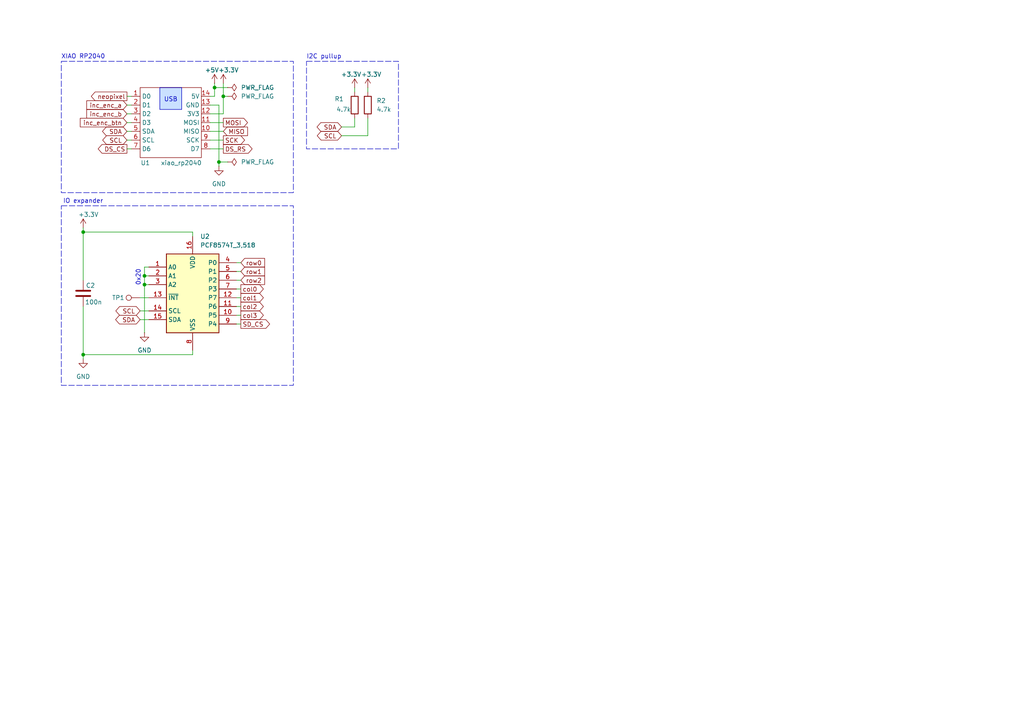
<source format=kicad_sch>
(kicad_sch (version 20231120) (generator "eeschema") (generator_version "8.0")
  (paper "A4")
  (title_block (title "Hackpad Newton") (date "2024-09-15") (rev "0.0.1"))
  (lib_symbols
    (symbol "Connector:TestPoint" (pin_numbers hide) (pin_names (offset 0.762) hide)
      (property "Reference" "TP" (at 0 6.858 0))
      (property "Value" "TestPoint" (at 0 5.08 0))
      (symbol "TestPoint_0_1"
        (circle (center 0 3.302) (radius 0.762))
      )
      (symbol "TestPoint_1_1"
        (pin passive line (at 0 0 90) (length 2.54) (name "1") (number "1"))
      )
    )
    (symbol "Device:C" (pin_numbers hide) (pin_names (offset 0.254))
      (property "Reference" "C" (at 0.635 2.54 0))
      (property "Value" "C" (at 0.635 -2.54 0))
      (symbol "C_0_1"
        (polyline (pts (xy -2.032 -0.762) (xy 2.032 -0.762)) (stroke (width 0.508)))
        (polyline (pts (xy -2.032 0.762) (xy 2.032 0.762)) (stroke (width 0.508)))
      )
      (symbol "C_1_1"
        (pin passive line (at 0 3.81 270) (length 2.794) (name "~") (number "1"))
        (pin passive line (at 0 -3.81 90) (length 2.794) (name "~") (number "2"))
      )
    )
    (symbol "Device:R" (pin_numbers hide) (pin_names (offset 0))
      (property "Reference" "R" (at 2.032 0 90))
      (property "Value" "R" (at 0 0 90))
      (symbol "R_0_1"
        (rectangle (start -1.016 -2.54) (end 1.016 2.54) (stroke (width 0.254)))
      )
      (symbol "R_1_1"
        (pin passive line (at 0 3.81 270) (length 1.27) (name "~") (number "1"))
        (pin passive line (at 0 -3.81 90) (length 1.27) (name "~") (number "2"))
      )
    )
    (symbol "pcf8574:PCF8574T_3,518"
      (property "Reference" "IC" (at -6.096 13.208 0))
      (property "Value" "PCF8574T_3,518" (at 1.778 13.462 0))
      (symbol "PCF8574T_3,518_1_1"
        (rectangle (start -7.62 11.43) (end 7.62 -11.43) (stroke (width 0.254)) (fill (type background)))
        (pin passive line (at -12.7 7.62 0) (length 5.08) (name "A0") (number "1"))
        (pin passive line (at 12.7 -6.35 180) (length 5.08) (name "P5") (number "10"))
        (pin passive line (at 12.7 -3.81 180) (length 5.08) (name "P6") (number "11"))
        (pin passive line (at 12.7 -1.27 180) (length 5.08) (name "P7") (number "12"))
        (pin passive line (at -12.7 -1.27 0) (length 5.08) (name "~{INT}") (number "13"))
        (pin passive line (at -12.7 -5.08 0) (length 5.08) (name "SCL") (number "14"))
        (pin passive line (at -12.7 -7.62 0) (length 5.08) (name "SDA") (number "15"))
        (pin passive line (at 0 16.51 270) (length 5.08) (name "VDD") (number "16"))
        (pin passive line (at -12.7 5.08 0) (length 5.08) (name "A1") (number "2"))
        (pin passive line (at -12.7 2.54 0) (length 5.08) (name "A2") (number "3"))
        (pin passive line (at 12.7 8.89 180) (length 5.08) (name "P0") (number "4"))
        (pin passive line (at 12.7 6.35 180) (length 5.08) (name "P1") (number "5"))
        (pin passive line (at 12.7 3.81 180) (length 5.08) (name "P2") (number "6"))
        (pin passive line (at 12.7 1.27 180) (length 5.08) (name "P3") (number "7"))
        (pin passive line (at 0 -16.51 90) (length 5.08) (name "VSS") (number "8"))
        (pin passive line (at 12.7 -8.89 180) (length 5.08) (name "P4") (number "9"))
      )
    )
    (symbol "power:+3.3V" (power) (pin_numbers hide) (pin_names (offset 0) hide)
      (property "Value" "+3.3V" (at 0 3.556 0))
      (symbol "+3.3V_0_1"
        (polyline (pts (xy -0.762 1.27) (xy 0 2.54)))
        (polyline (pts (xy 0 0) (xy 0 2.54)))
        (polyline (pts (xy 0 2.54) (xy 0.762 1.27)))
      )
      (symbol "+3.3V_1_1"
        (pin power_in line (at 0 0 90) (length 0) (name "~") (number "1"))
      )
    )
    (symbol "power:+5V" (power) (pin_numbers hide) (pin_names (offset 0) hide)
      (property "Value" "+5V" (at 0 3.556 0))
      (symbol "+5V_0_1"
        (polyline (pts (xy -0.762 1.27) (xy 0 2.54)))
        (polyline (pts (xy 0 0) (xy 0 2.54)))
        (polyline (pts (xy 0 2.54) (xy 0.762 1.27)))
      )
      (symbol "+5V_1_1"
        (pin power_in line (at 0 0 90) (length 0) (name "~") (number "1"))
      )
    )
    (symbol "power:GND" (power) (pin_numbers hide) (pin_names (offset 0) hide)
      (property "Value" "GND" (at 0 -3.81 0))
      (symbol "GND_0_1"
        (polyline (pts (xy 0 0) (xy 0 -1.27) (xy 1.27 -1.27) (xy 0 -2.54) (xy -1.27 -1.27) (xy 0 -1.27)))
      )
      (symbol "GND_1_1"
        (pin power_in line (at 0 0 270) (length 0) (name "~") (number "1"))
      )
    )
    (symbol "power:PWR_FLAG" (power) (pin_numbers hide) (pin_names (offset 0) hide)
      (property "Value" "PWR_FLAG" (at 0 3.81 0))
      (symbol "PWR_FLAG_0_0"
        (pin power_out line (at 0 0 90) (length 0) (name "~") (number "1"))
      )
      (symbol "PWR_FLAG_0_1"
        (polyline (pts (xy 0 0) (xy 0 1.27) (xy -1.016 1.905) (xy 0 2.54) (xy 1.016 1.905) (xy 0 1.27)))
      )
    )
    (symbol "seeedstudio_xiao_rp2040:xiao_rp2040"
      (property "Reference" "U" (at -8.382 11.176 0))
      (property "Value" "xiao_rp2040" (at -2.794 -11.43 0))
      (symbol "xiao_rp2040_0_1"
        (rectangle (start -8.89 10.16) (end 8.89 -10.16))
      )
      (symbol "xiao_rp2040_1_1"
        (pin passive line (at -11.43 7.62 0) (length 2.54) (name "PA02") (number "1") (alternate "D0" passive line))
        (pin passive line (at 11.43 -2.54 180) (length 2.54) (name "PA5") (number "10") (alternate "MISO" passive line))
        (pin passive line (at 11.43 0 180) (length 2.54) (name "PA6") (number "11") (alternate "MOSI" passive line))
        (pin passive line (at 11.43 2.54 180) (length 2.54) (name "3V3") (number "12"))
        (pin passive line (at 11.43 5.08 180) (length 2.54) (name "GND") (number "13"))
        (pin passive line (at 11.43 7.62 180) (length 2.54) (name "5V") (number "14"))
        (pin passive line (at -11.43 5.08 0) (length 2.54) (name "PA4") (number "2") (alternate "D1" passive line))
        (pin passive line (at -11.43 2.54 0) (length 2.54) (name "PA10") (number "3") (alternate "D2" passive line))
        (pin passive line (at -11.43 0 0) (length 2.54) (name "PA11") (number "4") (alternate "D3" passive line))
        (pin passive line (at -11.43 -2.54 0) (length 2.54) (name "PA8") (number "5") (alternate "SDA" bidirectional line))
        (pin passive line (at -11.43 -5.08 0) (length 2.54) (name "PA9") (number "6") (alternate "SCL" bidirectional line))
        (pin passive line (at -11.43 -7.62 0) (length 2.54) (name "PB08") (number "7") (alternate "D6" passive line))
        (pin passive line (at 11.43 -7.62 180) (length 2.54) (name "PB09") (number "8") (alternate "D7" passive line))
        (pin passive line (at 11.43 -5.08 180) (length 2.54) (name "PA7") (number "9") (alternate "SCK" passive line))
      )
    )
  )
  (junction (at 24.13 102.87))
  (junction (at 41.91 82.55))
  (junction (at 64.77 27.94))
  (junction (at 63.5 46.99))
  (junction (at 41.91 80.01))
  (junction (at 62.23 25.4))
  (junction (at 24.13 67.31))
  (wire (pts (xy 36.83 33.02) (xy 38.1 33.02)))
  (wire (pts (xy 55.88 68.58) (xy 55.88 67.31)))
  (wire (pts (xy 102.87 25.4) (xy 102.87 26.67)))
  (wire (pts (xy 36.83 38.1) (xy 38.1 38.1)))
  (wire (pts (xy 36.83 43.18) (xy 38.1 43.18)))
  (wire (pts (xy 24.13 66.04) (xy 24.13 67.31)))
  (wire (pts (xy 41.91 82.55) (xy 43.18 82.55)))
  (wire (pts (xy 99.06 36.83) (xy 102.87 36.83)))
  (wire (pts (xy 64.77 38.1) (xy 60.96 38.1)))
  (wire (pts (xy 64.77 27.94) (xy 64.77 33.02)))
  (wire (pts (xy 41.91 80.01) (xy 41.91 82.55)))
  (wire (pts (xy 24.13 102.87) (xy 55.88 102.87)))
  (wire (pts (xy 64.77 27.94) (xy 66.04 27.94)))
  (wire (pts (xy 68.58 86.36) (xy 69.85 86.36)))
  (wire (pts (xy 64.77 24.13) (xy 64.77 27.94)))
  (wire (pts (xy 106.68 39.37) (xy 106.68 34.29)))
  (wire (pts (xy 55.88 102.87) (xy 55.88 101.6)))
  (wire (pts (xy 40.64 86.36) (xy 43.18 86.36)))
  (wire (pts (xy 24.13 88.9) (xy 24.13 102.87)))
  (wire (pts (xy 62.23 25.4) (xy 62.23 27.94)))
  (wire (pts (xy 60.96 27.94) (xy 62.23 27.94)))
  (wire (pts (xy 68.58 88.9) (xy 69.85 88.9)))
  (wire (pts (xy 64.77 35.56) (xy 60.96 35.56)))
  (wire (pts (xy 68.58 81.28) (xy 69.85 81.28)))
  (wire (pts (xy 99.06 39.37) (xy 106.68 39.37)))
  (wire (pts (xy 68.58 78.74) (xy 69.85 78.74)))
  (wire (pts (xy 63.5 30.48) (xy 60.96 30.48)))
  (wire (pts (xy 41.91 82.55) (xy 41.91 96.52)))
  (wire (pts (xy 63.5 46.99) (xy 63.5 48.26)))
  (wire (pts (xy 43.18 77.47) (xy 41.91 77.47)))
  (wire (pts (xy 62.23 24.13) (xy 62.23 25.4)))
  (wire (pts (xy 24.13 67.31) (xy 55.88 67.31)))
  (wire (pts (xy 40.64 92.71) (xy 43.18 92.71)))
  (wire (pts (xy 102.87 34.29) (xy 102.87 36.83)))
  (wire (pts (xy 68.58 83.82) (xy 69.85 83.82)))
  (wire (pts (xy 36.83 40.64) (xy 38.1 40.64)))
  (wire (pts (xy 41.91 77.47) (xy 41.91 80.01)))
  (wire (pts (xy 60.96 43.18) (xy 64.77 43.18)))
  (wire (pts (xy 24.13 67.31) (xy 24.13 81.28)))
  (wire (pts (xy 24.13 102.87) (xy 24.13 104.14)))
  (wire (pts (xy 36.83 30.48) (xy 38.1 30.48)))
  (wire (pts (xy 68.58 93.98) (xy 69.85 93.98)))
  (wire (pts (xy 63.5 30.48) (xy 63.5 46.99)))
  (wire (pts (xy 68.58 76.2) (xy 69.85 76.2)))
  (wire (pts (xy 41.91 80.01) (xy 43.18 80.01)))
  (wire (pts (xy 64.77 40.64) (xy 60.96 40.64)))
  (wire (pts (xy 60.96 33.02) (xy 64.77 33.02)))
  (wire (pts (xy 68.58 91.44) (xy 69.85 91.44)))
  (wire (pts (xy 62.23 25.4) (xy 66.04 25.4)))
  (wire (pts (xy 40.64 90.17) (xy 43.18 90.17)))
  (wire (pts (xy 36.83 35.56) (xy 38.1 35.56)))
  (wire (pts (xy 36.83 27.94) (xy 38.1 27.94)))
  (wire (pts (xy 63.5 46.99) (xy 66.04 46.99)))
  (wire (pts (xy 106.68 25.4) (xy 106.68 26.67)))
  (rectangle (start 46.355 25.4) (end 52.705 31.75) (fill (type color) (color 119 176 255 0.39)))
  (rectangle (start 88.9 17.78) (end 115.57 43.18) (stroke (width 0) (type dash)))
  (rectangle (start 17.78 59.69) (end 85.09 111.76) (stroke (width 0) (type dash)))
  (rectangle (start 17.78 17.78) (end 85.09 55.88) (stroke (width 0) (type dash)))
  (text "IO expander" (at 24.13 58.42 0) (effects (font (size 1.27 1.27))))
  (text "I2C pullup" (at 93.98 16.51 0) (effects (font (size 1.27 1.27))))
  (text "XIAO RP2040" (at 24.13 16.51 0) (effects (font (size 1.27 1.27))))
  (text "0x20" (at 40.132 80.518 90) (effects (font (size 1.27 1.27))))
  (text "USB" (at 49.53 28.956 0) (effects (font (size 1.27 1.27))))
  (global_label "SDA" (shape bidirectional) (at 99.06 36.83 180) (property "Intersheetrefs" "${INTERSHEET_REFS}" (effects (hide yes))))
  (global_label "inc_enc_a" (shape input) (at 36.83 30.48 180) (property "Intersheetrefs" "${INTERSHEET_REFS}" (effects (hide yes))))
  (global_label "inc_enc_btn" (shape input) (at 36.83 35.56 180) (property "Intersheetrefs" "${INTERSHEET_REFS}" (effects (hide yes))))
  (global_label "inc_enc_b" (shape input) (at 36.83 33.02 180) (property "Intersheetrefs" "${INTERSHEET_REFS}" (effects (hide yes))))
  (global_label "neopixel" (shape output) (at 36.83 27.94 180) (property "Intersheetrefs" "${INTERSHEET_REFS}" (effects (hide yes))))
  (global_label "SDA" (shape bidirectional) (at 36.83 38.1 180) (property "Intersheetrefs" "${INTERSHEET_REFS}" (effects (hide yes))))
  (global_label "SCL" (shape bidirectional) (at 36.83 40.64 180) (property "Intersheetrefs" "${INTERSHEET_REFS}" (effects (hide yes))))
  (global_label "col3" (shape output) (at 69.85 91.44 0) (property "Intersheetrefs" "${INTERSHEET_REFS}" (effects (hide yes))))
  (global_label "col0" (shape output) (at 69.85 83.82 0) (property "Intersheetrefs" "${INTERSHEET_REFS}" (effects (hide yes))))
  (global_label "col1" (shape output) (at 69.85 86.36 0) (property "Intersheetrefs" "${INTERSHEET_REFS}" (effects (hide yes))))
  (global_label "DS_RS" (shape output) (at 64.77 43.18 0) (property "Intersheetrefs" "${INTERSHEET_REFS}" (effects (hide yes))))
  (global_label "row0" (shape input) (at 69.85 76.2 0) (property "Intersheetrefs" "${INTERSHEET_REFS}" (effects (hide yes))))
  (global_label "MOSI" (shape output) (at 64.77 35.56 0) (property "Intersheetrefs" "${INTERSHEET_REFS}" (effects (hide yes))))
  (global_label "MISO" (shape input) (at 64.77 38.1 0) (property "Intersheetrefs" "${INTERSHEET_REFS}" (effects (hide yes))))
  (global_label "SCL" (shape bidirectional) (at 99.06 39.37 180) (property "Intersheetrefs" "${INTERSHEET_REFS}" (effects (hide yes))))
  (global_label "DS_CS" (shape output) (at 36.83 43.18 180) (property "Intersheetrefs" "${INTERSHEET_REFS}" (effects (hide yes))))
  (global_label "SDA" (shape bidirectional) (at 40.64 92.71 180) (property "Intersheetrefs" "${INTERSHEET_REFS}" (effects (hide yes))))
  (global_label "row2" (shape input) (at 69.85 81.28 0) (property "Intersheetrefs" "${INTERSHEET_REFS}" (effects (hide yes))))
  (global_label "SD_CS" (shape output) (at 69.85 93.98 0) (property "Intersheetrefs" "${INTERSHEET_REFS}" (effects (hide yes))))
  (global_label "SCL" (shape bidirectional) (at 40.64 90.17 180) (property "Intersheetrefs" "${INTERSHEET_REFS}" (effects (hide yes))))
  (global_label "row1" (shape input) (at 69.85 78.74 0) (property "Intersheetrefs" "${INTERSHEET_REFS}" (effects (hide yes))))
  (global_label "col2" (shape output) (at 69.85 88.9 0) (property "Intersheetrefs" "${INTERSHEET_REFS}" (effects (hide yes))))
  (global_label "SCK" (shape output) (at 64.77 40.64 0) (property "Intersheetrefs" "${INTERSHEET_REFS}" (effects (hide yes))))
  (symbol (lib_id "power:GND") (at 41.91 96.52 0) (unit 1)
    (property "Reference" "#PWR07" (effects (hide yes)))
    (property "Value" "GND" (at 41.91 101.6 0))
    (property "Description" "Power symbol creates a global label with name \"GND\" , ground" (effects (hide yes)))
  )
  (symbol (lib_id "seeedstudio_xiao_rp2040:xiao_rp2040") (at 49.53 35.56 0) (unit 1)
    (property "Reference" "U1" (at 42.164 47.244 0))
    (property "Value" "xiao_rp2040" (at 52.578 47.244 0))
    (property "Footprint" "seeedstuido_xiao_rp2040:MOUDLE14P-SMD-2.54-21X17.8MM" (effects (hide yes)))
    (pin "8" (alternate "D7"))
    (pin "11" (alternate "MOSI"))
    (pin "10" (alternate "MISO"))
    (pin "1" (alternate "D0"))
    (pin "7" (alternate "D6"))
    (pin "9" (alternate "SCK"))
    (pin "3" (alternate "D2"))
    (pin "6" (alternate "SCL"))
    (pin "4" (alternate "D3"))
    (pin "2" (alternate "D1"))
    (pin "5" (alternate "SDA"))
  )
  (symbol (lib_id "power:GND") (at 63.5 48.26 0) (unit 1)
    (property "Reference" "#PWR04" (effects (hide yes)))
    (property "Value" "GND" (at 63.5 53.34 0))
    (property "Description" "Power symbol creates a global label with name \"GND\" , ground" (effects (hide yes)))
  )
  (symbol (lib_id "pcf8574:PCF8574T_3,518") (at 55.88 85.09 0) (unit 1)
    (property "Reference" "U2" (at 58.0741 68.58 0) (effects (justify left)))
    (property "Value" "PCF8574T_3,518" (at 58.0741 71.12 0) (effects (justify left)))
    (property "Footprint" "pcf8574:SOIC127P1032X265-16N" (effects (hide yes)))
    (property "Datasheet" "http://www.nxp.com/docs/en/data-sheet/PCF8574_PCF8574A.pdf" (effects (hide yes)))
    (property "Description" "NXP - PCF8574T/3,518 - IC, I/O EXPANDER, 8BIT, SOIC16" (effects (hide yes)))
    (property "Height" "2.65" (effects (hide yes)))
    (property "Mouser Part Number" "771-PCF8574TD-T" (effects (hide yes)))
    (property "Mouser Price/Stock" "https://www.mouser.co.uk/ProductDetail/NXP-Semiconductors/PCF8574T-3518?qs=LOCUfHb8d9srwcgHHpXqQw%3D%3D" (effects (hide yes)))
    (property "Manufacturer_Name" "NXP" (effects (hide yes)))
    (property "Manufacturer_Part_Number" "PCF8574T/3,518" (effects (hide yes)))
  )
  (symbol (lib_id "power:+3.3V") (at 24.13 66.04 0) (unit 1)
    (property "Reference" "#PWR08" (effects (hide yes)))
    (property "Value" "+3.3V" (at 25.654 62.23 0))
    (property "Description" "Power symbol creates a global label with name \"+3.3V\"" (effects (hide yes)))
  )
  (symbol (lib_id "power:PWR_FLAG") (at 66.04 46.99 270) (unit 1)
    (property "Reference" "#FLG03" (effects (hide yes)))
    (property "Value" "PWR_FLAG" (at 69.85 46.9899 90) (effects (justify left)))
    (property "Description" "Special symbol for telling ERC where power comes from" (effects (hide yes)))
  )
  (symbol (lib_id "Device:R") (at 102.87 30.48 0) (unit 1)
    (property "Reference" "R1" (at 97.028 28.702 0) (effects (justify left)))
    (property "Value" "4.7k" (at 97.536 31.75 0) (effects (justify left)))
    (property "Footprint" "Resistor_SMD:R_0805_2012Metric_Pad1.20x1.40mm_HandSolder" (effects (hide yes)))
    (property "Description" "Resistor" (effects (hide yes)))
  )
  (symbol (lib_id "power:PWR_FLAG") (at 66.04 27.94 270) (unit 1)
    (property "Reference" "#FLG02" (effects (hide yes)))
    (property "Value" "PWR_FLAG" (at 69.85 27.9399 90) (effects (justify left)))
    (property "Description" "Special symbol for telling ERC where power comes from" (effects (hide yes)))
  )
  (symbol (lib_id "power:+3.3V") (at 64.77 24.13 0) (unit 1)
    (property "Reference" "#PWR05" (effects (hide yes)))
    (property "Value" "+3.3V" (at 66.294 20.32 0))
    (property "Description" "Power symbol creates a global label with name \"+3.3V\"" (effects (hide yes)))
  )
  (symbol (lib_id "power:+5V") (at 62.23 24.13 0) (unit 1)
    (property "Reference" "#PWR03" (effects (hide yes)))
    (property "Value" "+5V" (at 61.468 20.32 0))
    (property "Description" "Power symbol creates a global label with name \"+5V\"" (effects (hide yes)))
  )
  (symbol (lib_id "power:GND") (at 24.13 104.14 0) (unit 1)
    (property "Reference" "#PWR09" (effects (hide yes)))
    (property "Value" "GND" (at 24.13 109.22 0))
    (property "Description" "Power symbol creates a global label with name \"GND\" , ground" (effects (hide yes)))
  )
  (symbol (lib_id "power:+3.3V") (at 106.68 25.4 0) (unit 1)
    (property "Reference" "#PWR037" (effects (hide yes)))
    (property "Value" "+3.3V" (at 107.696 21.59 0))
    (property "Description" "Power symbol creates a global label with name \"+3.3V\"" (effects (hide yes)))
  )
  (symbol (lib_id "Device:C") (at 24.13 85.09 0) (unit 1)
    (property "Reference" "C2" (at 24.892 82.804 0) (effects (justify left)))
    (property "Value" "100n" (at 24.638 87.63 0) (effects (justify left)))
    (property "Footprint" "Capacitor_SMD:C_0805_2012Metric_Pad1.18x1.45mm_HandSolder" (effects (hide yes)))
    (property "Description" "Unpolarized capacitor" (effects (hide yes)))
  )
  (symbol (lib_id "power:PWR_FLAG") (at 66.04 25.4 270) (unit 1)
    (property "Reference" "#FLG01" (effects (hide yes)))
    (property "Value" "PWR_FLAG" (at 69.85 25.3999 90) (effects (justify left)))
    (property "Description" "Special symbol for telling ERC where power comes from" (effects (hide yes)))
  )
  (symbol (lib_id "Device:R") (at 106.68 30.48 0) (unit 1)
    (property "Reference" "R2" (at 109.22 29.2099 0) (effects (justify left)))
    (property "Value" "4.7k" (at 109.22 31.7499 0) (effects (justify left)))
    (property "Footprint" "Resistor_SMD:R_0805_2012Metric_Pad1.20x1.40mm_HandSolder" (effects (hide yes)))
    (property "Description" "Resistor" (effects (hide yes)))
  )
  (symbol (lib_id "power:+3.3V") (at 102.87 25.4 0) (unit 1)
    (property "Reference" "#PWR036" (effects (hide yes)))
    (property "Value" "+3.3V" (at 101.854 21.59 0))
    (property "Description" "Power symbol creates a global label with name \"+3.3V\"" (effects (hide yes)))
  )
  (symbol (lib_id "Connector:TestPoint") (at 40.64 86.36 90) (unit 1) (in_bom no)
    (property "Reference" "TP1" (at 34.29 86.36 90))
    (property "Value" "TestPoint" (effects (hide yes)))
    (property "Footprint" "TestPoint:TestPoint_Pad_2.0x2.0mm" (effects (hide yes)))
    (property "Description" "test point" (effects (hide yes)))
  )
)
</source>
